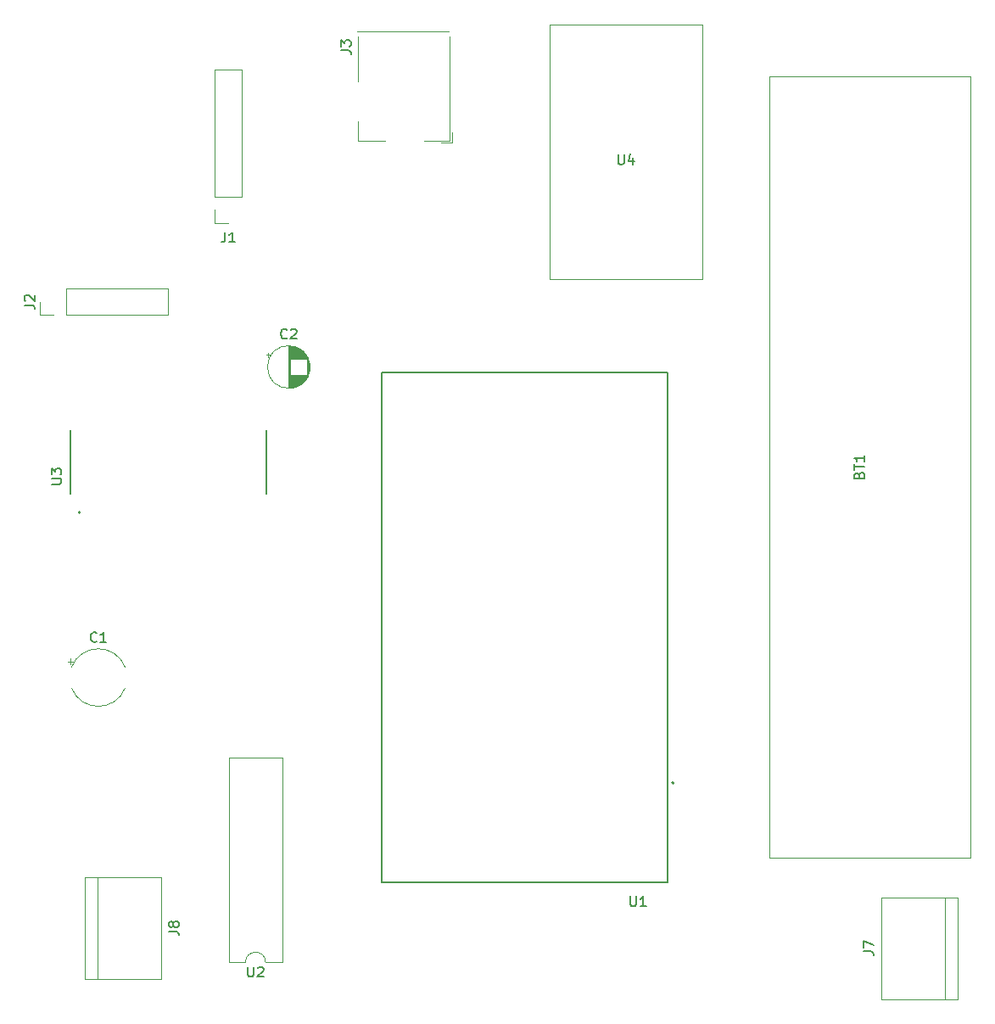
<source format=gbr>
%TF.GenerationSoftware,KiCad,Pcbnew,8.0.4*%
%TF.CreationDate,2024-09-09T18:44:28-05:00*%
%TF.ProjectId,PCB 1,50434220-312e-46b6-9963-61645f706362,rev?*%
%TF.SameCoordinates,Original*%
%TF.FileFunction,Legend,Top*%
%TF.FilePolarity,Positive*%
%FSLAX46Y46*%
G04 Gerber Fmt 4.6, Leading zero omitted, Abs format (unit mm)*
G04 Created by KiCad (PCBNEW 8.0.4) date 2024-09-09 18:44:28*
%MOMM*%
%LPD*%
G01*
G04 APERTURE LIST*
%ADD10C,0.150000*%
%ADD11C,0.120000*%
%ADD12C,0.127000*%
%ADD13C,0.200000*%
G04 APERTURE END LIST*
D10*
X120333333Y-81109580D02*
X120285714Y-81157200D01*
X120285714Y-81157200D02*
X120142857Y-81204819D01*
X120142857Y-81204819D02*
X120047619Y-81204819D01*
X120047619Y-81204819D02*
X119904762Y-81157200D01*
X119904762Y-81157200D02*
X119809524Y-81061961D01*
X119809524Y-81061961D02*
X119761905Y-80966723D01*
X119761905Y-80966723D02*
X119714286Y-80776247D01*
X119714286Y-80776247D02*
X119714286Y-80633390D01*
X119714286Y-80633390D02*
X119761905Y-80442914D01*
X119761905Y-80442914D02*
X119809524Y-80347676D01*
X119809524Y-80347676D02*
X119904762Y-80252438D01*
X119904762Y-80252438D02*
X120047619Y-80204819D01*
X120047619Y-80204819D02*
X120142857Y-80204819D01*
X120142857Y-80204819D02*
X120285714Y-80252438D01*
X120285714Y-80252438D02*
X120333333Y-80300057D01*
X120714286Y-80300057D02*
X120761905Y-80252438D01*
X120761905Y-80252438D02*
X120857143Y-80204819D01*
X120857143Y-80204819D02*
X121095238Y-80204819D01*
X121095238Y-80204819D02*
X121190476Y-80252438D01*
X121190476Y-80252438D02*
X121238095Y-80300057D01*
X121238095Y-80300057D02*
X121285714Y-80395295D01*
X121285714Y-80395295D02*
X121285714Y-80490533D01*
X121285714Y-80490533D02*
X121238095Y-80633390D01*
X121238095Y-80633390D02*
X120666667Y-81204819D01*
X120666667Y-81204819D02*
X121285714Y-81204819D01*
X108534819Y-140333333D02*
X109249104Y-140333333D01*
X109249104Y-140333333D02*
X109391961Y-140380952D01*
X109391961Y-140380952D02*
X109487200Y-140476190D01*
X109487200Y-140476190D02*
X109534819Y-140619047D01*
X109534819Y-140619047D02*
X109534819Y-140714285D01*
X108963390Y-139714285D02*
X108915771Y-139809523D01*
X108915771Y-139809523D02*
X108868152Y-139857142D01*
X108868152Y-139857142D02*
X108772914Y-139904761D01*
X108772914Y-139904761D02*
X108725295Y-139904761D01*
X108725295Y-139904761D02*
X108630057Y-139857142D01*
X108630057Y-139857142D02*
X108582438Y-139809523D01*
X108582438Y-139809523D02*
X108534819Y-139714285D01*
X108534819Y-139714285D02*
X108534819Y-139523809D01*
X108534819Y-139523809D02*
X108582438Y-139428571D01*
X108582438Y-139428571D02*
X108630057Y-139380952D01*
X108630057Y-139380952D02*
X108725295Y-139333333D01*
X108725295Y-139333333D02*
X108772914Y-139333333D01*
X108772914Y-139333333D02*
X108868152Y-139380952D01*
X108868152Y-139380952D02*
X108915771Y-139428571D01*
X108915771Y-139428571D02*
X108963390Y-139523809D01*
X108963390Y-139523809D02*
X108963390Y-139714285D01*
X108963390Y-139714285D02*
X109011009Y-139809523D01*
X109011009Y-139809523D02*
X109058628Y-139857142D01*
X109058628Y-139857142D02*
X109153866Y-139904761D01*
X109153866Y-139904761D02*
X109344342Y-139904761D01*
X109344342Y-139904761D02*
X109439580Y-139857142D01*
X109439580Y-139857142D02*
X109487200Y-139809523D01*
X109487200Y-139809523D02*
X109534819Y-139714285D01*
X109534819Y-139714285D02*
X109534819Y-139523809D01*
X109534819Y-139523809D02*
X109487200Y-139428571D01*
X109487200Y-139428571D02*
X109439580Y-139380952D01*
X109439580Y-139380952D02*
X109344342Y-139333333D01*
X109344342Y-139333333D02*
X109153866Y-139333333D01*
X109153866Y-139333333D02*
X109058628Y-139380952D01*
X109058628Y-139380952D02*
X109011009Y-139428571D01*
X109011009Y-139428571D02*
X108963390Y-139523809D01*
X153388095Y-62794819D02*
X153388095Y-63604342D01*
X153388095Y-63604342D02*
X153435714Y-63699580D01*
X153435714Y-63699580D02*
X153483333Y-63747200D01*
X153483333Y-63747200D02*
X153578571Y-63794819D01*
X153578571Y-63794819D02*
X153769047Y-63794819D01*
X153769047Y-63794819D02*
X153864285Y-63747200D01*
X153864285Y-63747200D02*
X153911904Y-63699580D01*
X153911904Y-63699580D02*
X153959523Y-63604342D01*
X153959523Y-63604342D02*
X153959523Y-62794819D01*
X154864285Y-63128152D02*
X154864285Y-63794819D01*
X154626190Y-62747200D02*
X154388095Y-63461485D01*
X154388095Y-63461485D02*
X155007142Y-63461485D01*
X125704819Y-52383333D02*
X126419104Y-52383333D01*
X126419104Y-52383333D02*
X126561961Y-52430952D01*
X126561961Y-52430952D02*
X126657200Y-52526190D01*
X126657200Y-52526190D02*
X126704819Y-52669047D01*
X126704819Y-52669047D02*
X126704819Y-52764285D01*
X125704819Y-52002380D02*
X125704819Y-51383333D01*
X125704819Y-51383333D02*
X126085771Y-51716666D01*
X126085771Y-51716666D02*
X126085771Y-51573809D01*
X126085771Y-51573809D02*
X126133390Y-51478571D01*
X126133390Y-51478571D02*
X126181009Y-51430952D01*
X126181009Y-51430952D02*
X126276247Y-51383333D01*
X126276247Y-51383333D02*
X126514342Y-51383333D01*
X126514342Y-51383333D02*
X126609580Y-51430952D01*
X126609580Y-51430952D02*
X126657200Y-51478571D01*
X126657200Y-51478571D02*
X126704819Y-51573809D01*
X126704819Y-51573809D02*
X126704819Y-51859523D01*
X126704819Y-51859523D02*
X126657200Y-51954761D01*
X126657200Y-51954761D02*
X126609580Y-52002380D01*
X177431009Y-94785714D02*
X177478628Y-94642857D01*
X177478628Y-94642857D02*
X177526247Y-94595238D01*
X177526247Y-94595238D02*
X177621485Y-94547619D01*
X177621485Y-94547619D02*
X177764342Y-94547619D01*
X177764342Y-94547619D02*
X177859580Y-94595238D01*
X177859580Y-94595238D02*
X177907200Y-94642857D01*
X177907200Y-94642857D02*
X177954819Y-94738095D01*
X177954819Y-94738095D02*
X177954819Y-95119047D01*
X177954819Y-95119047D02*
X176954819Y-95119047D01*
X176954819Y-95119047D02*
X176954819Y-94785714D01*
X176954819Y-94785714D02*
X177002438Y-94690476D01*
X177002438Y-94690476D02*
X177050057Y-94642857D01*
X177050057Y-94642857D02*
X177145295Y-94595238D01*
X177145295Y-94595238D02*
X177240533Y-94595238D01*
X177240533Y-94595238D02*
X177335771Y-94642857D01*
X177335771Y-94642857D02*
X177383390Y-94690476D01*
X177383390Y-94690476D02*
X177431009Y-94785714D01*
X177431009Y-94785714D02*
X177431009Y-95119047D01*
X176954819Y-94261904D02*
X176954819Y-93690476D01*
X177954819Y-93976190D02*
X176954819Y-93976190D01*
X177954819Y-92833333D02*
X177954819Y-93404761D01*
X177954819Y-93119047D02*
X176954819Y-93119047D01*
X176954819Y-93119047D02*
X177097676Y-93214285D01*
X177097676Y-93214285D02*
X177192914Y-93309523D01*
X177192914Y-93309523D02*
X177240533Y-93404761D01*
X116428095Y-143864819D02*
X116428095Y-144674342D01*
X116428095Y-144674342D02*
X116475714Y-144769580D01*
X116475714Y-144769580D02*
X116523333Y-144817200D01*
X116523333Y-144817200D02*
X116618571Y-144864819D01*
X116618571Y-144864819D02*
X116809047Y-144864819D01*
X116809047Y-144864819D02*
X116904285Y-144817200D01*
X116904285Y-144817200D02*
X116951904Y-144769580D01*
X116951904Y-144769580D02*
X116999523Y-144674342D01*
X116999523Y-144674342D02*
X116999523Y-143864819D01*
X117428095Y-143960057D02*
X117475714Y-143912438D01*
X117475714Y-143912438D02*
X117570952Y-143864819D01*
X117570952Y-143864819D02*
X117809047Y-143864819D01*
X117809047Y-143864819D02*
X117904285Y-143912438D01*
X117904285Y-143912438D02*
X117951904Y-143960057D01*
X117951904Y-143960057D02*
X117999523Y-144055295D01*
X117999523Y-144055295D02*
X117999523Y-144150533D01*
X117999523Y-144150533D02*
X117951904Y-144293390D01*
X117951904Y-144293390D02*
X117380476Y-144864819D01*
X117380476Y-144864819D02*
X117999523Y-144864819D01*
X177874819Y-142333333D02*
X178589104Y-142333333D01*
X178589104Y-142333333D02*
X178731961Y-142380952D01*
X178731961Y-142380952D02*
X178827200Y-142476190D01*
X178827200Y-142476190D02*
X178874819Y-142619047D01*
X178874819Y-142619047D02*
X178874819Y-142714285D01*
X177874819Y-141952380D02*
X177874819Y-141285714D01*
X177874819Y-141285714D02*
X178874819Y-141714285D01*
X94124819Y-77833333D02*
X94839104Y-77833333D01*
X94839104Y-77833333D02*
X94981961Y-77880952D01*
X94981961Y-77880952D02*
X95077200Y-77976190D01*
X95077200Y-77976190D02*
X95124819Y-78119047D01*
X95124819Y-78119047D02*
X95124819Y-78214285D01*
X94220057Y-77404761D02*
X94172438Y-77357142D01*
X94172438Y-77357142D02*
X94124819Y-77261904D01*
X94124819Y-77261904D02*
X94124819Y-77023809D01*
X94124819Y-77023809D02*
X94172438Y-76928571D01*
X94172438Y-76928571D02*
X94220057Y-76880952D01*
X94220057Y-76880952D02*
X94315295Y-76833333D01*
X94315295Y-76833333D02*
X94410533Y-76833333D01*
X94410533Y-76833333D02*
X94553390Y-76880952D01*
X94553390Y-76880952D02*
X95124819Y-77452380D01*
X95124819Y-77452380D02*
X95124819Y-76833333D01*
X96819819Y-95686904D02*
X97629342Y-95686904D01*
X97629342Y-95686904D02*
X97724580Y-95639285D01*
X97724580Y-95639285D02*
X97772200Y-95591666D01*
X97772200Y-95591666D02*
X97819819Y-95496428D01*
X97819819Y-95496428D02*
X97819819Y-95305952D01*
X97819819Y-95305952D02*
X97772200Y-95210714D01*
X97772200Y-95210714D02*
X97724580Y-95163095D01*
X97724580Y-95163095D02*
X97629342Y-95115476D01*
X97629342Y-95115476D02*
X96819819Y-95115476D01*
X96819819Y-94734523D02*
X96819819Y-94115476D01*
X96819819Y-94115476D02*
X97200771Y-94448809D01*
X97200771Y-94448809D02*
X97200771Y-94305952D01*
X97200771Y-94305952D02*
X97248390Y-94210714D01*
X97248390Y-94210714D02*
X97296009Y-94163095D01*
X97296009Y-94163095D02*
X97391247Y-94115476D01*
X97391247Y-94115476D02*
X97629342Y-94115476D01*
X97629342Y-94115476D02*
X97724580Y-94163095D01*
X97724580Y-94163095D02*
X97772200Y-94210714D01*
X97772200Y-94210714D02*
X97819819Y-94305952D01*
X97819819Y-94305952D02*
X97819819Y-94591666D01*
X97819819Y-94591666D02*
X97772200Y-94686904D01*
X97772200Y-94686904D02*
X97724580Y-94734523D01*
X114141666Y-70549819D02*
X114141666Y-71264104D01*
X114141666Y-71264104D02*
X114094047Y-71406961D01*
X114094047Y-71406961D02*
X113998809Y-71502200D01*
X113998809Y-71502200D02*
X113855952Y-71549819D01*
X113855952Y-71549819D02*
X113760714Y-71549819D01*
X115141666Y-71549819D02*
X114570238Y-71549819D01*
X114855952Y-71549819D02*
X114855952Y-70549819D01*
X114855952Y-70549819D02*
X114760714Y-70692676D01*
X114760714Y-70692676D02*
X114665476Y-70787914D01*
X114665476Y-70787914D02*
X114570238Y-70835533D01*
X154593095Y-136814819D02*
X154593095Y-137624342D01*
X154593095Y-137624342D02*
X154640714Y-137719580D01*
X154640714Y-137719580D02*
X154688333Y-137767200D01*
X154688333Y-137767200D02*
X154783571Y-137814819D01*
X154783571Y-137814819D02*
X154974047Y-137814819D01*
X154974047Y-137814819D02*
X155069285Y-137767200D01*
X155069285Y-137767200D02*
X155116904Y-137719580D01*
X155116904Y-137719580D02*
X155164523Y-137624342D01*
X155164523Y-137624342D02*
X155164523Y-136814819D01*
X156164523Y-137814819D02*
X155593095Y-137814819D01*
X155878809Y-137814819D02*
X155878809Y-136814819D01*
X155878809Y-136814819D02*
X155783571Y-136957676D01*
X155783571Y-136957676D02*
X155688333Y-137052914D01*
X155688333Y-137052914D02*
X155593095Y-137100533D01*
X101333333Y-111359580D02*
X101285714Y-111407200D01*
X101285714Y-111407200D02*
X101142857Y-111454819D01*
X101142857Y-111454819D02*
X101047619Y-111454819D01*
X101047619Y-111454819D02*
X100904762Y-111407200D01*
X100904762Y-111407200D02*
X100809524Y-111311961D01*
X100809524Y-111311961D02*
X100761905Y-111216723D01*
X100761905Y-111216723D02*
X100714286Y-111026247D01*
X100714286Y-111026247D02*
X100714286Y-110883390D01*
X100714286Y-110883390D02*
X100761905Y-110692914D01*
X100761905Y-110692914D02*
X100809524Y-110597676D01*
X100809524Y-110597676D02*
X100904762Y-110502438D01*
X100904762Y-110502438D02*
X101047619Y-110454819D01*
X101047619Y-110454819D02*
X101142857Y-110454819D01*
X101142857Y-110454819D02*
X101285714Y-110502438D01*
X101285714Y-110502438D02*
X101333333Y-110550057D01*
X102285714Y-111454819D02*
X101714286Y-111454819D01*
X102000000Y-111454819D02*
X102000000Y-110454819D01*
X102000000Y-110454819D02*
X101904762Y-110597676D01*
X101904762Y-110597676D02*
X101809524Y-110692914D01*
X101809524Y-110692914D02*
X101714286Y-110740533D01*
D11*
%TO.C,C2*%
X118230199Y-82805000D02*
X118630199Y-82805000D01*
X118430199Y-82605000D02*
X118430199Y-83005000D01*
X120500000Y-81920000D02*
X120500000Y-86080000D01*
X120540000Y-81920000D02*
X120540000Y-86080000D01*
X120580000Y-81921000D02*
X120580000Y-86079000D01*
X120620000Y-81923000D02*
X120620000Y-86077000D01*
X120660000Y-81926000D02*
X120660000Y-86074000D01*
X120700000Y-81929000D02*
X120700000Y-83160000D01*
X120700000Y-84840000D02*
X120700000Y-86071000D01*
X120740000Y-81933000D02*
X120740000Y-83160000D01*
X120740000Y-84840000D02*
X120740000Y-86067000D01*
X120780000Y-81938000D02*
X120780000Y-83160000D01*
X120780000Y-84840000D02*
X120780000Y-86062000D01*
X120820000Y-81944000D02*
X120820000Y-83160000D01*
X120820000Y-84840000D02*
X120820000Y-86056000D01*
X120860000Y-81950000D02*
X120860000Y-83160000D01*
X120860000Y-84840000D02*
X120860000Y-86050000D01*
X120900000Y-81958000D02*
X120900000Y-83160000D01*
X120900000Y-84840000D02*
X120900000Y-86042000D01*
X120940000Y-81966000D02*
X120940000Y-83160000D01*
X120940000Y-84840000D02*
X120940000Y-86034000D01*
X120980000Y-81975000D02*
X120980000Y-83160000D01*
X120980000Y-84840000D02*
X120980000Y-86025000D01*
X121020000Y-81984000D02*
X121020000Y-83160000D01*
X121020000Y-84840000D02*
X121020000Y-86016000D01*
X121060000Y-81995000D02*
X121060000Y-83160000D01*
X121060000Y-84840000D02*
X121060000Y-86005000D01*
X121100000Y-82006000D02*
X121100000Y-83160000D01*
X121100000Y-84840000D02*
X121100000Y-85994000D01*
X121140000Y-82018000D02*
X121140000Y-83160000D01*
X121140000Y-84840000D02*
X121140000Y-85982000D01*
X121180000Y-82032000D02*
X121180000Y-83160000D01*
X121180000Y-84840000D02*
X121180000Y-85968000D01*
X121221000Y-82046000D02*
X121221000Y-83160000D01*
X121221000Y-84840000D02*
X121221000Y-85954000D01*
X121261000Y-82060000D02*
X121261000Y-83160000D01*
X121261000Y-84840000D02*
X121261000Y-85940000D01*
X121301000Y-82076000D02*
X121301000Y-83160000D01*
X121301000Y-84840000D02*
X121301000Y-85924000D01*
X121341000Y-82093000D02*
X121341000Y-83160000D01*
X121341000Y-84840000D02*
X121341000Y-85907000D01*
X121381000Y-82111000D02*
X121381000Y-83160000D01*
X121381000Y-84840000D02*
X121381000Y-85889000D01*
X121421000Y-82130000D02*
X121421000Y-83160000D01*
X121421000Y-84840000D02*
X121421000Y-85870000D01*
X121461000Y-82149000D02*
X121461000Y-83160000D01*
X121461000Y-84840000D02*
X121461000Y-85851000D01*
X121501000Y-82170000D02*
X121501000Y-83160000D01*
X121501000Y-84840000D02*
X121501000Y-85830000D01*
X121541000Y-82192000D02*
X121541000Y-83160000D01*
X121541000Y-84840000D02*
X121541000Y-85808000D01*
X121581000Y-82215000D02*
X121581000Y-83160000D01*
X121581000Y-84840000D02*
X121581000Y-85785000D01*
X121621000Y-82240000D02*
X121621000Y-83160000D01*
X121621000Y-84840000D02*
X121621000Y-85760000D01*
X121661000Y-82265000D02*
X121661000Y-83160000D01*
X121661000Y-84840000D02*
X121661000Y-85735000D01*
X121701000Y-82292000D02*
X121701000Y-83160000D01*
X121701000Y-84840000D02*
X121701000Y-85708000D01*
X121741000Y-82320000D02*
X121741000Y-83160000D01*
X121741000Y-84840000D02*
X121741000Y-85680000D01*
X121781000Y-82350000D02*
X121781000Y-83160000D01*
X121781000Y-84840000D02*
X121781000Y-85650000D01*
X121821000Y-82381000D02*
X121821000Y-83160000D01*
X121821000Y-84840000D02*
X121821000Y-85619000D01*
X121861000Y-82413000D02*
X121861000Y-83160000D01*
X121861000Y-84840000D02*
X121861000Y-85587000D01*
X121901000Y-82448000D02*
X121901000Y-83160000D01*
X121901000Y-84840000D02*
X121901000Y-85552000D01*
X121941000Y-82484000D02*
X121941000Y-83160000D01*
X121941000Y-84840000D02*
X121941000Y-85516000D01*
X121981000Y-82522000D02*
X121981000Y-83160000D01*
X121981000Y-84840000D02*
X121981000Y-85478000D01*
X122021000Y-82562000D02*
X122021000Y-83160000D01*
X122021000Y-84840000D02*
X122021000Y-85438000D01*
X122061000Y-82604000D02*
X122061000Y-83160000D01*
X122061000Y-84840000D02*
X122061000Y-85396000D01*
X122101000Y-82649000D02*
X122101000Y-83160000D01*
X122101000Y-84840000D02*
X122101000Y-85351000D01*
X122141000Y-82696000D02*
X122141000Y-83160000D01*
X122141000Y-84840000D02*
X122141000Y-85304000D01*
X122181000Y-82746000D02*
X122181000Y-83160000D01*
X122181000Y-84840000D02*
X122181000Y-85254000D01*
X122221000Y-82800000D02*
X122221000Y-83160000D01*
X122221000Y-84840000D02*
X122221000Y-85200000D01*
X122261000Y-82858000D02*
X122261000Y-83160000D01*
X122261000Y-84840000D02*
X122261000Y-85142000D01*
X122301000Y-82920000D02*
X122301000Y-83160000D01*
X122301000Y-84840000D02*
X122301000Y-85080000D01*
X122341000Y-82987000D02*
X122341000Y-85013000D01*
X122381000Y-83060000D02*
X122381000Y-84940000D01*
X122421000Y-83141000D02*
X122421000Y-84859000D01*
X122461000Y-83232000D02*
X122461000Y-84768000D01*
X122501000Y-83336000D02*
X122501000Y-84664000D01*
X122541000Y-83463000D02*
X122541000Y-84537000D01*
X122581000Y-83630000D02*
X122581000Y-84370000D01*
X122620000Y-84000000D02*
G75*
G02*
X118380000Y-84000000I-2120000J0D01*
G01*
X118380000Y-84000000D02*
G75*
G02*
X122620000Y-84000000I2120000J0D01*
G01*
%TO.C,J8*%
X100190000Y-134920000D02*
X100190000Y-145080000D01*
X100190000Y-145080000D02*
X107810000Y-145080000D01*
X101460000Y-145080000D02*
X101460000Y-134920000D01*
X107810000Y-134920000D02*
X100190000Y-134920000D01*
X107810000Y-145080000D02*
X107810000Y-134920000D01*
%TO.C,U4*%
X146530000Y-49870000D02*
X161770000Y-49870000D01*
X161770000Y-75270000D01*
X146530000Y-75270000D01*
X146530000Y-49870000D01*
%TO.C,J3*%
X127300000Y-50500000D02*
X136500000Y-50500000D01*
X127400000Y-55500000D02*
X127400000Y-51000000D01*
X127400000Y-61400000D02*
X127400000Y-59500000D01*
X130100000Y-61400000D02*
X127400000Y-61400000D01*
X135750000Y-61600000D02*
X136800000Y-61600000D01*
X136600000Y-51000000D02*
X136600000Y-61400000D01*
X136600000Y-61400000D02*
X134000000Y-61400000D01*
X136800000Y-60550000D02*
X136800000Y-61600000D01*
%TO.C,BT1*%
X168450000Y-55000000D02*
X188550000Y-55000000D01*
X168450000Y-133000000D02*
X168450000Y-55000000D01*
X188550000Y-55000000D02*
X188550000Y-133000000D01*
X188550000Y-133000000D02*
X168450000Y-133000000D01*
%TO.C,U2*%
X114540000Y-122970000D02*
X114540000Y-143410000D01*
X114540000Y-143410000D02*
X116190000Y-143410000D01*
X118190000Y-143410000D02*
X119840000Y-143410000D01*
X119840000Y-122970000D02*
X114540000Y-122970000D01*
X119840000Y-143410000D02*
X119840000Y-122970000D01*
X116190000Y-143410000D02*
G75*
G02*
X118190000Y-143410000I1000000J0D01*
G01*
%TO.C,J7*%
X179690000Y-136920000D02*
X179690000Y-147080000D01*
X179690000Y-147080000D02*
X187310000Y-147080000D01*
X186040000Y-136920000D02*
X186040000Y-147080000D01*
X187310000Y-136920000D02*
X179690000Y-136920000D01*
X187310000Y-147080000D02*
X187310000Y-136920000D01*
%TO.C,J2*%
X95670000Y-78830000D02*
X95670000Y-77500000D01*
X97000000Y-78830000D02*
X95670000Y-78830000D01*
X98270000Y-76170000D02*
X108490000Y-76170000D01*
X98270000Y-78830000D02*
X98270000Y-76170000D01*
X98270000Y-78830000D02*
X108490000Y-78830000D01*
X108490000Y-78830000D02*
X108490000Y-76170000D01*
D12*
%TO.C,U3*%
X98725000Y-96675000D02*
X98725000Y-90325000D01*
X118275000Y-96675000D02*
X118275000Y-90325000D01*
D13*
X99710000Y-98535000D02*
G75*
G02*
X99510000Y-98535000I-100000J0D01*
G01*
X99510000Y-98535000D02*
G75*
G02*
X99710000Y-98535000I100000J0D01*
G01*
D11*
%TO.C,J1*%
X113145000Y-67055000D02*
X113145000Y-54295000D01*
X113145000Y-69655000D02*
X113145000Y-68325000D01*
X114475000Y-69655000D02*
X113145000Y-69655000D01*
X115805000Y-54295000D02*
X113145000Y-54295000D01*
X115805000Y-67055000D02*
X113145000Y-67055000D01*
X115805000Y-67055000D02*
X115805000Y-54295000D01*
D12*
%TO.C,U1*%
X129770000Y-84525000D02*
X158280000Y-84525000D01*
X129770000Y-135475000D02*
X129770000Y-84525000D01*
X129770000Y-135475000D02*
X129770000Y-84525000D01*
X135220000Y-84525000D02*
X129770000Y-84525000D01*
X140500000Y-135475000D02*
X129770000Y-135475000D01*
X147211000Y-135475000D02*
X140500000Y-135475000D01*
X152910000Y-84525000D02*
X135220000Y-84525000D01*
X158280000Y-84525000D02*
X152910000Y-84525000D01*
X158280000Y-84525000D02*
X158280000Y-135475000D01*
X158280000Y-84525000D02*
X158280000Y-135475000D01*
X158280000Y-135475000D02*
X129770000Y-135475000D01*
X158280000Y-135475000D02*
X147211000Y-135475000D01*
D13*
X158950000Y-125515000D02*
G75*
G02*
X158750000Y-125515000I-100000J0D01*
G01*
X158750000Y-125515000D02*
G75*
G02*
X158950000Y-125515000I100000J0D01*
G01*
D11*
%TO.C,C1*%
X98427738Y-113385000D02*
X98977738Y-113385000D01*
X98702738Y-113110000D02*
X98702738Y-113660000D01*
X98832923Y-113940000D02*
G75*
G02*
X104167077Y-113940000I2667077J-1060000D01*
G01*
X104167077Y-116060000D02*
G75*
G02*
X98832923Y-116060000I-2667077J1060000D01*
G01*
%TD*%
M02*

</source>
